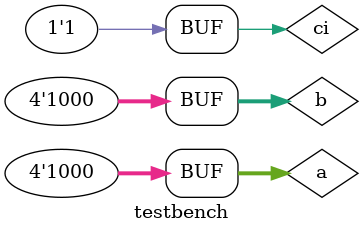
<source format=v>
`timescale 1ns / 1ps


module testbench;

	// Inputs
	reg [3:0] a;
	reg [3:0] b;
	reg ci;

	// Outputs
	wire [3:0] S;
	wire cout;

	// Instantiate the Unit Under Test (UUT)
	Top uut (
		.a(a), 
		.b(b), 
		.ci(ci), 
		.S(S), 
		.cout(cout)
	);

	initial begin
		// Initialize Inputs
		a = 0;
		b = 0;
		ci = 0;

		// Wait 100 ns for global reset to finish
		#100;
		
      a = 3;
		b = 4;
		ci = 1;  
		#100;
		
		a = 4;
		b = 5;
		ci = 0;  
		#100;
		
		a = 6;
		b = 7;
		ci = 1;  
		#100;
		
		
		a = 8;
		b = 8;
		ci = 1;  
		#100;
		// Add stimulus here

	end
      
endmodule


</source>
